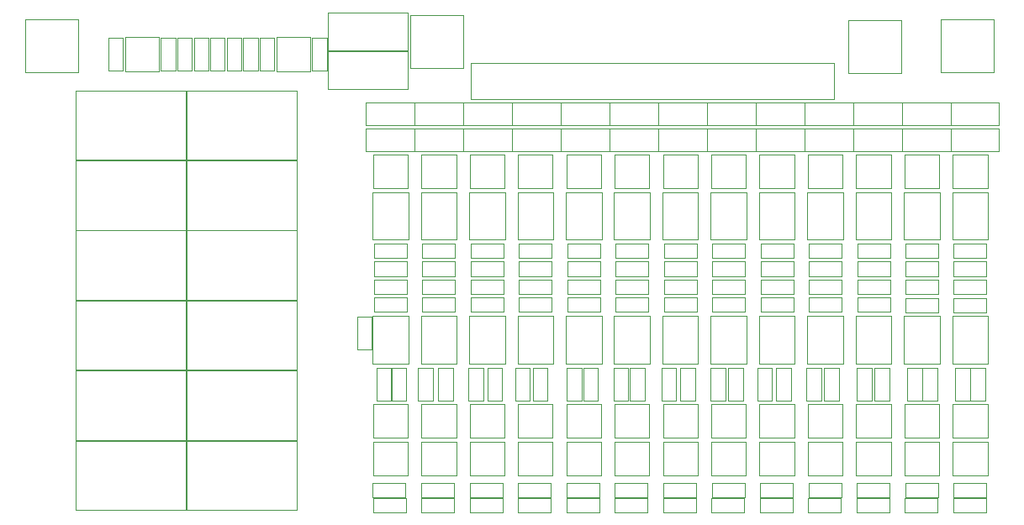
<source format=gbr>
G04 #@! TF.GenerationSoftware,KiCad,Pcbnew,(5.1.5)-3*
G04 #@! TF.CreationDate,2020-03-16T20:43:13+08:00*
G04 #@! TF.ProjectId,sd04,73643034-2e6b-4696-9361-645f70636258,v0.2*
G04 #@! TF.SameCoordinates,PX3e41030PY7464a18*
G04 #@! TF.FileFunction,Other,User*
%FSLAX46Y46*%
G04 Gerber Fmt 4.6, Leading zero omitted, Abs format (unit mm)*
G04 Created by KiCad (PCBNEW (5.1.5)-3) date 2020-03-16 20:43:13*
%MOMM*%
%LPD*%
G04 APERTURE LIST*
%ADD10C,0.050000*%
%ADD11C,0.120000*%
G04 APERTURE END LIST*
D10*
X21348300Y44627500D02*
X21348300Y47927500D01*
X22808300Y44627500D02*
X21348300Y44627500D01*
X22808300Y47927500D02*
X22808300Y44627500D01*
X21348300Y47927500D02*
X22808300Y47927500D01*
X39569000Y32748232D02*
X36069000Y32748232D01*
X39569000Y36148232D02*
X39569000Y32748232D01*
X36069000Y36148232D02*
X39569000Y36148232D01*
X36069000Y32748232D02*
X36069000Y36148232D01*
X89537201Y27572848D02*
X89537201Y32372848D01*
X89537201Y32372848D02*
X93137201Y32372848D01*
X93137201Y32372848D02*
X93137201Y27572848D01*
X93137201Y27572848D02*
X89537201Y27572848D01*
X31560000Y50497500D02*
X39560000Y50497500D01*
X31560000Y46657500D02*
X31560000Y50497500D01*
X39560000Y46657500D02*
X31560000Y46657500D01*
X39560000Y50497500D02*
X39560000Y46657500D01*
D11*
X93218000Y44450000D02*
X93345000Y44450000D01*
X93218000Y49784000D02*
X93218000Y44450000D01*
X98552000Y49784000D02*
X93218000Y49784000D01*
X98552000Y44450000D02*
X98552000Y49784000D01*
X93345000Y44450000D02*
X98552000Y44450000D01*
X83947000Y44386500D02*
X84074000Y44386500D01*
X83947000Y49720500D02*
X83947000Y44386500D01*
X89281000Y49720500D02*
X83947000Y49720500D01*
X89281000Y44386500D02*
X89281000Y49720500D01*
X84074000Y44386500D02*
X89281000Y44386500D01*
D10*
X28390500Y28553800D02*
X28390500Y35553800D01*
X28390500Y35553800D02*
X17290500Y35553800D01*
X17290500Y35553800D02*
X17290500Y28553800D01*
X17290500Y28553800D02*
X28390500Y28553800D01*
X6134000Y28493000D02*
X6134000Y21493000D01*
X6134000Y21493000D02*
X17234000Y21493000D01*
X17234000Y21493000D02*
X17234000Y28493000D01*
X17234000Y28493000D02*
X6134000Y28493000D01*
X6134000Y35554000D02*
X6134000Y28554000D01*
X6134000Y28554000D02*
X17234000Y28554000D01*
X17234000Y28554000D02*
X17234000Y35554000D01*
X17234000Y35554000D02*
X6134000Y35554000D01*
X6134000Y21432000D02*
X6134000Y14432000D01*
X6134000Y14432000D02*
X17234000Y14432000D01*
X17234000Y14432000D02*
X17234000Y21432000D01*
X17234000Y21432000D02*
X6134000Y21432000D01*
X6134000Y14371000D02*
X6134000Y7371000D01*
X6134000Y7371000D02*
X17234000Y7371000D01*
X17234000Y7371000D02*
X17234000Y14371000D01*
X17234000Y14371000D02*
X6134000Y14371000D01*
X28390500Y35615000D02*
X28390500Y42615000D01*
X28390500Y42615000D02*
X17290500Y42615000D01*
X17290500Y42615000D02*
X17290500Y35615000D01*
X17290500Y35615000D02*
X28390500Y35615000D01*
X28390500Y309000D02*
X28390500Y7309000D01*
X28390500Y7309000D02*
X17290500Y7309000D01*
X17290500Y7309000D02*
X17290500Y309000D01*
X17290500Y309000D02*
X28390500Y309000D01*
X28390500Y7370200D02*
X28390500Y14370200D01*
X28390500Y14370200D02*
X17290500Y14370200D01*
X17290500Y14370200D02*
X17290500Y7370200D01*
X17290500Y7370200D02*
X28390500Y7370200D01*
X28390500Y14431400D02*
X28390500Y21431400D01*
X28390500Y21431400D02*
X17290500Y21431400D01*
X17290500Y21431400D02*
X17290500Y14431400D01*
X17290500Y14431400D02*
X28390500Y14431400D01*
X6134000Y7310000D02*
X6134000Y310000D01*
X6134000Y310000D02*
X17234000Y310000D01*
X17234000Y310000D02*
X17234000Y7310000D01*
X17234000Y7310000D02*
X6134000Y7310000D01*
X28390500Y21492600D02*
X28390500Y28492600D01*
X28390500Y28492600D02*
X17290500Y28492600D01*
X17290500Y28492600D02*
X17290500Y21492600D01*
X17290500Y21492600D02*
X28390500Y21492600D01*
X6134000Y42615000D02*
X6134000Y35615000D01*
X6134000Y35615000D02*
X17234000Y35615000D01*
X17234000Y35615000D02*
X17234000Y42615000D01*
X17234000Y42615000D02*
X6134000Y42615000D01*
X45888500Y45361000D02*
X45888500Y41761000D01*
X82488500Y45361000D02*
X45888500Y45361000D01*
X82488500Y41761000D02*
X82488500Y45361000D01*
X45888500Y41761000D02*
X82488500Y41761000D01*
D11*
X6350000Y44577000D02*
X6350000Y49784000D01*
X6350000Y49784000D02*
X1016000Y49784000D01*
X1016000Y49784000D02*
X1016000Y44450000D01*
X1016000Y44450000D02*
X6350000Y44450000D01*
X6350000Y44450000D02*
X6350000Y44577000D01*
X45148500Y44831000D02*
X45148500Y44958000D01*
X39814500Y44831000D02*
X45148500Y44831000D01*
X39814500Y50165000D02*
X39814500Y44831000D01*
X45148500Y50165000D02*
X39814500Y50165000D01*
X45148500Y44958000D02*
X45148500Y50165000D01*
D10*
X99123996Y41379000D02*
X99123996Y39139000D01*
X99123996Y39139000D02*
X94223996Y39139000D01*
X94223996Y39139000D02*
X94223996Y41379000D01*
X94223996Y41379000D02*
X99123996Y41379000D01*
X94223996Y38763616D02*
X99123996Y38763616D01*
X94223996Y36523616D02*
X94223996Y38763616D01*
X99123996Y36523616D02*
X94223996Y36523616D01*
X99123996Y38763616D02*
X99123996Y36523616D01*
X36019000Y27572848D02*
X36019000Y32372848D01*
X36019000Y32372848D02*
X39619000Y32372848D01*
X39619000Y32372848D02*
X39619000Y27572848D01*
X39619000Y27572848D02*
X36019000Y27572848D01*
X40884291Y27572848D02*
X40884291Y32372848D01*
X40884291Y32372848D02*
X44484291Y32372848D01*
X44484291Y32372848D02*
X44484291Y27572848D01*
X44484291Y27572848D02*
X40884291Y27572848D01*
X45749582Y27572848D02*
X45749582Y32372848D01*
X45749582Y32372848D02*
X49349582Y32372848D01*
X49349582Y32372848D02*
X49349582Y27572848D01*
X49349582Y27572848D02*
X45749582Y27572848D01*
X44434291Y32748232D02*
X40934291Y32748232D01*
X44434291Y36148232D02*
X44434291Y32748232D01*
X40934291Y36148232D02*
X44434291Y36148232D01*
X40934291Y32748232D02*
X40934291Y36148232D01*
X49299582Y32748232D02*
X45799582Y32748232D01*
X49299582Y36148232D02*
X49299582Y32748232D01*
X45799582Y36148232D02*
X49299582Y36148232D01*
X45799582Y32748232D02*
X45799582Y36148232D01*
X50614873Y27572848D02*
X50614873Y32372848D01*
X50614873Y32372848D02*
X54214873Y32372848D01*
X54214873Y32372848D02*
X54214873Y27572848D01*
X54214873Y27572848D02*
X50614873Y27572848D01*
X55480164Y27572848D02*
X55480164Y32372848D01*
X55480164Y32372848D02*
X59080164Y32372848D01*
X59080164Y32372848D02*
X59080164Y27572848D01*
X59080164Y27572848D02*
X55480164Y27572848D01*
X60345455Y27572848D02*
X60345455Y32372848D01*
X60345455Y32372848D02*
X63945455Y32372848D01*
X63945455Y32372848D02*
X63945455Y27572848D01*
X63945455Y27572848D02*
X60345455Y27572848D01*
X65210746Y27572848D02*
X65210746Y32372848D01*
X65210746Y32372848D02*
X68810746Y32372848D01*
X68810746Y32372848D02*
X68810746Y27572848D01*
X68810746Y27572848D02*
X65210746Y27572848D01*
X70076037Y27572848D02*
X70076037Y32372848D01*
X70076037Y32372848D02*
X73676037Y32372848D01*
X73676037Y32372848D02*
X73676037Y27572848D01*
X73676037Y27572848D02*
X70076037Y27572848D01*
X74941328Y27572848D02*
X74941328Y32372848D01*
X74941328Y32372848D02*
X78541328Y32372848D01*
X78541328Y32372848D02*
X78541328Y27572848D01*
X78541328Y27572848D02*
X74941328Y27572848D01*
X79806619Y27572848D02*
X79806619Y32372848D01*
X79806619Y32372848D02*
X83406619Y32372848D01*
X83406619Y32372848D02*
X83406619Y27572848D01*
X83406619Y27572848D02*
X79806619Y27572848D01*
X84671910Y27572848D02*
X84671910Y32372848D01*
X84671910Y32372848D02*
X88271910Y32372848D01*
X88271910Y32372848D02*
X88271910Y27572848D01*
X88271910Y27572848D02*
X84671910Y27572848D01*
X94402492Y27572848D02*
X94402492Y32372848D01*
X94402492Y32372848D02*
X98002492Y32372848D01*
X98002492Y32372848D02*
X98002492Y27572848D01*
X98002492Y27572848D02*
X94402492Y27572848D01*
X54164873Y32748232D02*
X50664873Y32748232D01*
X54164873Y36148232D02*
X54164873Y32748232D01*
X50664873Y36148232D02*
X54164873Y36148232D01*
X50664873Y32748232D02*
X50664873Y36148232D01*
X59030164Y32748232D02*
X55530164Y32748232D01*
X59030164Y36148232D02*
X59030164Y32748232D01*
X55530164Y36148232D02*
X59030164Y36148232D01*
X55530164Y32748232D02*
X55530164Y36148232D01*
X63895455Y32748232D02*
X60395455Y32748232D01*
X63895455Y36148232D02*
X63895455Y32748232D01*
X60395455Y36148232D02*
X63895455Y36148232D01*
X60395455Y32748232D02*
X60395455Y36148232D01*
X68760746Y32748232D02*
X65260746Y32748232D01*
X68760746Y36148232D02*
X68760746Y32748232D01*
X65260746Y36148232D02*
X68760746Y36148232D01*
X65260746Y32748232D02*
X65260746Y36148232D01*
X73626037Y32748232D02*
X70126037Y32748232D01*
X73626037Y36148232D02*
X73626037Y32748232D01*
X70126037Y36148232D02*
X73626037Y36148232D01*
X70126037Y32748232D02*
X70126037Y36148232D01*
X78491328Y32748232D02*
X74991328Y32748232D01*
X78491328Y36148232D02*
X78491328Y32748232D01*
X74991328Y36148232D02*
X78491328Y36148232D01*
X74991328Y32748232D02*
X74991328Y36148232D01*
X83356619Y32748232D02*
X79856619Y32748232D01*
X83356619Y36148232D02*
X83356619Y32748232D01*
X79856619Y36148232D02*
X83356619Y36148232D01*
X79856619Y32748232D02*
X79856619Y36148232D01*
X88221910Y32748232D02*
X84721910Y32748232D01*
X88221910Y36148232D02*
X88221910Y32748232D01*
X84721910Y36148232D02*
X88221910Y36148232D01*
X84721910Y32748232D02*
X84721910Y36148232D01*
X93087201Y32748232D02*
X89587201Y32748232D01*
X93087201Y36148232D02*
X93087201Y32748232D01*
X89587201Y36148232D02*
X93087201Y36148232D01*
X89587201Y32748232D02*
X89587201Y36148232D01*
X97952492Y32748232D02*
X94452492Y32748232D01*
X97952492Y36148232D02*
X97952492Y32748232D01*
X94452492Y36148232D02*
X97952492Y36148232D01*
X94452492Y32748232D02*
X94452492Y36148232D01*
X9430000Y44627500D02*
X9430000Y47927500D01*
X10890000Y44627500D02*
X9430000Y44627500D01*
X10890000Y47927500D02*
X10890000Y44627500D01*
X9430000Y47927500D02*
X10890000Y47927500D01*
X36169000Y25362080D02*
X39469000Y25362080D01*
X36169000Y23902080D02*
X36169000Y25362080D01*
X39469000Y23902080D02*
X36169000Y23902080D01*
X39469000Y25362080D02*
X39469000Y23902080D01*
X41034291Y25362080D02*
X44334291Y25362080D01*
X41034291Y23902080D02*
X41034291Y25362080D01*
X44334291Y23902080D02*
X41034291Y23902080D01*
X44334291Y25362080D02*
X44334291Y23902080D01*
X45899582Y25362080D02*
X49199582Y25362080D01*
X45899582Y23902080D02*
X45899582Y25362080D01*
X49199582Y23902080D02*
X45899582Y23902080D01*
X49199582Y25362080D02*
X49199582Y23902080D01*
X16156100Y47927500D02*
X16156100Y44627500D01*
X14696100Y47927500D02*
X16156100Y47927500D01*
X14696100Y44627500D02*
X14696100Y47927500D01*
X16156100Y44627500D02*
X14696100Y44627500D01*
X19685250Y44627500D02*
X19685250Y47927500D01*
X21145250Y44627500D02*
X19685250Y44627500D01*
X21145250Y47927500D02*
X21145250Y44627500D01*
X19685250Y47927500D02*
X21145250Y47927500D01*
X16359150Y44627500D02*
X16359150Y47927500D01*
X17819150Y44627500D02*
X16359150Y44627500D01*
X17819150Y47927500D02*
X17819150Y44627500D01*
X16359150Y47927500D02*
X17819150Y47927500D01*
X19482200Y47927500D02*
X19482200Y44627500D01*
X18022200Y47927500D02*
X19482200Y47927500D01*
X18022200Y44627500D02*
X18022200Y47927500D01*
X19482200Y44627500D02*
X18022200Y44627500D01*
X31560000Y46560500D02*
X39560000Y46560500D01*
X31560000Y42720500D02*
X31560000Y46560500D01*
X39560000Y42720500D02*
X31560000Y42720500D01*
X39560000Y46560500D02*
X39560000Y42720500D01*
X36169000Y23526696D02*
X39469000Y23526696D01*
X36169000Y22066696D02*
X36169000Y23526696D01*
X39469000Y22066696D02*
X36169000Y22066696D01*
X39469000Y23526696D02*
X39469000Y22066696D01*
X41034291Y23526696D02*
X44334291Y23526696D01*
X41034291Y22066696D02*
X41034291Y23526696D01*
X44334291Y22066696D02*
X41034291Y22066696D01*
X44334291Y23526696D02*
X44334291Y22066696D01*
X45899582Y23526696D02*
X49199582Y23526696D01*
X45899582Y22066696D02*
X45899582Y23526696D01*
X49199582Y22066696D02*
X45899582Y22066696D01*
X49199582Y23526696D02*
X49199582Y22066696D01*
X35909000Y19825000D02*
X35909000Y16525000D01*
X34449000Y19825000D02*
X35909000Y19825000D01*
X34449000Y16525000D02*
X34449000Y19825000D01*
X35909000Y16525000D02*
X34449000Y16525000D01*
X26134400Y47927500D02*
X26134400Y44627500D01*
X24674400Y47927500D02*
X26134400Y47927500D01*
X24674400Y44627500D02*
X24674400Y47927500D01*
X26134400Y44627500D02*
X24674400Y44627500D01*
X36417500Y11380544D02*
X36417500Y14680544D01*
X37877500Y11380544D02*
X36417500Y11380544D01*
X37877500Y14680544D02*
X37877500Y11380544D01*
X36417500Y14680544D02*
X37877500Y14680544D01*
X37941500Y11380544D02*
X37941500Y14680544D01*
X39401500Y11380544D02*
X37941500Y11380544D01*
X39401500Y14680544D02*
X39401500Y11380544D01*
X37941500Y14680544D02*
X39401500Y14680544D01*
X40608500Y11380544D02*
X40608500Y14680544D01*
X42068500Y11380544D02*
X40608500Y11380544D01*
X42068500Y14680544D02*
X42068500Y11380544D01*
X40608500Y14680544D02*
X42068500Y14680544D01*
X42640500Y11380544D02*
X42640500Y14680544D01*
X44100500Y11380544D02*
X42640500Y11380544D01*
X44100500Y14680544D02*
X44100500Y11380544D01*
X42640500Y14680544D02*
X44100500Y14680544D01*
X45688500Y11380544D02*
X45688500Y14680544D01*
X47148500Y11380544D02*
X45688500Y11380544D01*
X47148500Y14680544D02*
X47148500Y11380544D01*
X45688500Y14680544D02*
X47148500Y14680544D01*
X47593500Y11380544D02*
X47593500Y14680544D01*
X49053500Y11380544D02*
X47593500Y11380544D01*
X49053500Y14680544D02*
X49053500Y11380544D01*
X47593500Y14680544D02*
X49053500Y14680544D01*
X31400500Y47927500D02*
X31400500Y44627500D01*
X29940500Y47927500D02*
X31400500Y47927500D01*
X29940500Y44627500D02*
X29940500Y47927500D01*
X31400500Y44627500D02*
X29940500Y44627500D01*
X39355000Y95500D02*
X36055000Y95500D01*
X39355000Y1555500D02*
X39355000Y95500D01*
X36055000Y1555500D02*
X39355000Y1555500D01*
X36055000Y95500D02*
X36055000Y1555500D01*
X44224499Y95500D02*
X40924499Y95500D01*
X44224499Y1555500D02*
X44224499Y95500D01*
X40924499Y1555500D02*
X44224499Y1555500D01*
X40924499Y95500D02*
X40924499Y1555500D01*
X49093998Y95500D02*
X45793998Y95500D01*
X49093998Y1555500D02*
X49093998Y95500D01*
X45793998Y1555500D02*
X49093998Y1555500D01*
X45793998Y95500D02*
X45793998Y1555500D01*
X39342000Y1613392D02*
X36042000Y1613392D01*
X39342000Y3073392D02*
X39342000Y1613392D01*
X36042000Y3073392D02*
X39342000Y3073392D01*
X36042000Y1613392D02*
X36042000Y3073392D01*
X44217874Y1613392D02*
X40917874Y1613392D01*
X44217874Y3073392D02*
X44217874Y1613392D01*
X40917874Y3073392D02*
X44217874Y3073392D01*
X40917874Y1613392D02*
X40917874Y3073392D01*
X49093748Y1613392D02*
X45793748Y1613392D01*
X49093748Y3073392D02*
X49093748Y1613392D01*
X45793748Y3073392D02*
X49093748Y3073392D01*
X45793748Y1613392D02*
X45793748Y3073392D01*
X50764873Y25362080D02*
X54064873Y25362080D01*
X50764873Y23902080D02*
X50764873Y25362080D01*
X54064873Y23902080D02*
X50764873Y23902080D01*
X54064873Y25362080D02*
X54064873Y23902080D01*
X55630164Y25362080D02*
X58930164Y25362080D01*
X55630164Y23902080D02*
X55630164Y25362080D01*
X58930164Y23902080D02*
X55630164Y23902080D01*
X58930164Y25362080D02*
X58930164Y23902080D01*
X60495455Y25362080D02*
X63795455Y25362080D01*
X60495455Y23902080D02*
X60495455Y25362080D01*
X63795455Y23902080D02*
X60495455Y23902080D01*
X63795455Y25362080D02*
X63795455Y23902080D01*
X65360746Y25362080D02*
X68660746Y25362080D01*
X65360746Y23902080D02*
X65360746Y25362080D01*
X68660746Y23902080D02*
X65360746Y23902080D01*
X68660746Y25362080D02*
X68660746Y23902080D01*
X70226037Y25362080D02*
X73526037Y25362080D01*
X70226037Y23902080D02*
X70226037Y25362080D01*
X73526037Y23902080D02*
X70226037Y23902080D01*
X73526037Y25362080D02*
X73526037Y23902080D01*
X75091328Y25362080D02*
X78391328Y25362080D01*
X75091328Y23902080D02*
X75091328Y25362080D01*
X78391328Y23902080D02*
X75091328Y23902080D01*
X78391328Y25362080D02*
X78391328Y23902080D01*
X79956619Y25362080D02*
X83256619Y25362080D01*
X79956619Y23902080D02*
X79956619Y25362080D01*
X83256619Y23902080D02*
X79956619Y23902080D01*
X83256619Y25362080D02*
X83256619Y23902080D01*
X84821910Y25362080D02*
X88121910Y25362080D01*
X84821910Y23902080D02*
X84821910Y25362080D01*
X88121910Y23902080D02*
X84821910Y23902080D01*
X88121910Y25362080D02*
X88121910Y23902080D01*
X89687201Y25362080D02*
X92987201Y25362080D01*
X89687201Y23902080D02*
X89687201Y25362080D01*
X92987201Y23902080D02*
X89687201Y23902080D01*
X92987201Y25362080D02*
X92987201Y23902080D01*
X94552492Y25362080D02*
X97852492Y25362080D01*
X94552492Y23902080D02*
X94552492Y25362080D01*
X97852492Y23902080D02*
X94552492Y23902080D01*
X97852492Y25362080D02*
X97852492Y23902080D01*
X50764873Y23526696D02*
X54064873Y23526696D01*
X50764873Y22066696D02*
X50764873Y23526696D01*
X54064873Y22066696D02*
X50764873Y22066696D01*
X54064873Y23526696D02*
X54064873Y22066696D01*
X55630164Y23526696D02*
X58930164Y23526696D01*
X55630164Y22066696D02*
X55630164Y23526696D01*
X58930164Y22066696D02*
X55630164Y22066696D01*
X58930164Y23526696D02*
X58930164Y22066696D01*
X60495455Y23526696D02*
X63795455Y23526696D01*
X60495455Y22066696D02*
X60495455Y23526696D01*
X63795455Y22066696D02*
X60495455Y22066696D01*
X63795455Y23526696D02*
X63795455Y22066696D01*
X65360746Y23526696D02*
X68660746Y23526696D01*
X65360746Y22066696D02*
X65360746Y23526696D01*
X68660746Y22066696D02*
X65360746Y22066696D01*
X68660746Y23526696D02*
X68660746Y22066696D01*
X70226037Y23526696D02*
X73526037Y23526696D01*
X70226037Y22066696D02*
X70226037Y23526696D01*
X73526037Y22066696D02*
X70226037Y22066696D01*
X73526037Y23526696D02*
X73526037Y22066696D01*
X75091328Y23526696D02*
X78391328Y23526696D01*
X75091328Y22066696D02*
X75091328Y23526696D01*
X78391328Y22066696D02*
X75091328Y22066696D01*
X78391328Y23526696D02*
X78391328Y22066696D01*
X79956619Y23526696D02*
X83256619Y23526696D01*
X79956619Y22066696D02*
X79956619Y23526696D01*
X83256619Y22066696D02*
X79956619Y22066696D01*
X83256619Y23526696D02*
X83256619Y22066696D01*
X84821910Y23526696D02*
X88121910Y23526696D01*
X84821910Y22066696D02*
X84821910Y23526696D01*
X88121910Y22066696D02*
X84821910Y22066696D01*
X88121910Y23526696D02*
X88121910Y22066696D01*
X89687201Y23526696D02*
X92987201Y23526696D01*
X89687201Y22066696D02*
X89687201Y23526696D01*
X92987201Y22066696D02*
X89687201Y22066696D01*
X92987201Y23526696D02*
X92987201Y22066696D01*
X94552492Y23526696D02*
X97852492Y23526696D01*
X94552492Y22066696D02*
X94552492Y23526696D01*
X97852492Y22066696D02*
X94552492Y22066696D01*
X97852492Y23526696D02*
X97852492Y22066696D01*
X50387500Y11380544D02*
X50387500Y14680544D01*
X51847500Y11380544D02*
X50387500Y11380544D01*
X51847500Y14680544D02*
X51847500Y11380544D01*
X50387500Y14680544D02*
X51847500Y14680544D01*
X52165500Y11380544D02*
X52165500Y14680544D01*
X53625500Y11380544D02*
X52165500Y11380544D01*
X53625500Y14680544D02*
X53625500Y11380544D01*
X52165500Y14680544D02*
X53625500Y14680544D01*
X55594500Y11380544D02*
X55594500Y14680544D01*
X57054500Y11380544D02*
X55594500Y11380544D01*
X57054500Y14680544D02*
X57054500Y11380544D01*
X55594500Y14680544D02*
X57054500Y14680544D01*
X57245500Y11380544D02*
X57245500Y14680544D01*
X58705500Y11380544D02*
X57245500Y11380544D01*
X58705500Y14680544D02*
X58705500Y11380544D01*
X57245500Y14680544D02*
X58705500Y14680544D01*
X60293500Y11380544D02*
X60293500Y14680544D01*
X61753500Y11380544D02*
X60293500Y11380544D01*
X61753500Y14680544D02*
X61753500Y11380544D01*
X60293500Y14680544D02*
X61753500Y14680544D01*
X61944500Y11380544D02*
X61944500Y14680544D01*
X63404500Y11380544D02*
X61944500Y11380544D01*
X63404500Y14680544D02*
X63404500Y11380544D01*
X61944500Y14680544D02*
X63404500Y14680544D01*
X65119500Y11380544D02*
X65119500Y14680544D01*
X66579500Y11380544D02*
X65119500Y11380544D01*
X66579500Y14680544D02*
X66579500Y11380544D01*
X65119500Y14680544D02*
X66579500Y14680544D01*
X67024500Y11380544D02*
X67024500Y14680544D01*
X68484500Y11380544D02*
X67024500Y11380544D01*
X68484500Y14680544D02*
X68484500Y11380544D01*
X67024500Y14680544D02*
X68484500Y14680544D01*
X70072500Y11380544D02*
X70072500Y14680544D01*
X71532500Y11380544D02*
X70072500Y11380544D01*
X71532500Y14680544D02*
X71532500Y11380544D01*
X70072500Y14680544D02*
X71532500Y14680544D01*
X71850500Y11380544D02*
X71850500Y14680544D01*
X73310500Y11380544D02*
X71850500Y11380544D01*
X73310500Y14680544D02*
X73310500Y11380544D01*
X71850500Y14680544D02*
X73310500Y14680544D01*
X74771500Y11380544D02*
X74771500Y14680544D01*
X76231500Y11380544D02*
X74771500Y11380544D01*
X76231500Y14680544D02*
X76231500Y11380544D01*
X74771500Y14680544D02*
X76231500Y14680544D01*
X76676500Y11380544D02*
X76676500Y14680544D01*
X78136500Y11380544D02*
X76676500Y11380544D01*
X78136500Y14680544D02*
X78136500Y11380544D01*
X76676500Y14680544D02*
X78136500Y14680544D01*
X79724500Y11380544D02*
X79724500Y14680544D01*
X81184500Y11380544D02*
X79724500Y11380544D01*
X81184500Y14680544D02*
X81184500Y11380544D01*
X79724500Y14680544D02*
X81184500Y14680544D01*
X81502500Y11380544D02*
X81502500Y14680544D01*
X82962500Y11380544D02*
X81502500Y11380544D01*
X82962500Y14680544D02*
X82962500Y11380544D01*
X81502500Y14680544D02*
X82962500Y14680544D01*
X84804500Y11380544D02*
X84804500Y14680544D01*
X86264500Y11380544D02*
X84804500Y11380544D01*
X86264500Y14680544D02*
X86264500Y11380544D01*
X84804500Y14680544D02*
X86264500Y14680544D01*
X86582500Y11380544D02*
X86582500Y14680544D01*
X88042500Y11380544D02*
X86582500Y11380544D01*
X88042500Y14680544D02*
X88042500Y11380544D01*
X86582500Y14680544D02*
X88042500Y14680544D01*
X89884500Y11380544D02*
X89884500Y14680544D01*
X91344500Y11380544D02*
X89884500Y11380544D01*
X91344500Y14680544D02*
X91344500Y11380544D01*
X89884500Y14680544D02*
X91344500Y14680544D01*
X91408500Y11380544D02*
X91408500Y14680544D01*
X92868500Y11380544D02*
X91408500Y11380544D01*
X92868500Y14680544D02*
X92868500Y11380544D01*
X91408500Y14680544D02*
X92868500Y14680544D01*
X94710500Y11380544D02*
X94710500Y14680544D01*
X96170500Y11380544D02*
X94710500Y11380544D01*
X96170500Y14680544D02*
X96170500Y11380544D01*
X94710500Y14680544D02*
X96170500Y14680544D01*
X96234500Y11380544D02*
X96234500Y14680544D01*
X97694500Y11380544D02*
X96234500Y11380544D01*
X97694500Y14680544D02*
X97694500Y11380544D01*
X96234500Y14680544D02*
X97694500Y14680544D01*
X53963497Y95500D02*
X50663497Y95500D01*
X53963497Y1555500D02*
X53963497Y95500D01*
X50663497Y1555500D02*
X53963497Y1555500D01*
X50663497Y95500D02*
X50663497Y1555500D01*
X58832996Y95500D02*
X55532996Y95500D01*
X58832996Y1555500D02*
X58832996Y95500D01*
X55532996Y1555500D02*
X58832996Y1555500D01*
X55532996Y95500D02*
X55532996Y1555500D01*
X63702495Y95500D02*
X60402495Y95500D01*
X63702495Y1555500D02*
X63702495Y95500D01*
X60402495Y1555500D02*
X63702495Y1555500D01*
X60402495Y95500D02*
X60402495Y1555500D01*
X68571994Y95500D02*
X65271994Y95500D01*
X68571994Y1555500D02*
X68571994Y95500D01*
X65271994Y1555500D02*
X68571994Y1555500D01*
X65271994Y95500D02*
X65271994Y1555500D01*
X73441493Y95500D02*
X70141493Y95500D01*
X73441493Y1555500D02*
X73441493Y95500D01*
X70141493Y1555500D02*
X73441493Y1555500D01*
X70141493Y95500D02*
X70141493Y1555500D01*
X78310992Y95500D02*
X75010992Y95500D01*
X78310992Y1555500D02*
X78310992Y95500D01*
X75010992Y1555500D02*
X78310992Y1555500D01*
X75010992Y95500D02*
X75010992Y1555500D01*
X83180491Y95500D02*
X79880491Y95500D01*
X83180491Y1555500D02*
X83180491Y95500D01*
X79880491Y1555500D02*
X83180491Y1555500D01*
X79880491Y95500D02*
X79880491Y1555500D01*
X88049990Y95500D02*
X84749990Y95500D01*
X88049990Y1555500D02*
X88049990Y95500D01*
X84749990Y1555500D02*
X88049990Y1555500D01*
X84749990Y95500D02*
X84749990Y1555500D01*
X92919489Y95500D02*
X89619489Y95500D01*
X92919489Y1555500D02*
X92919489Y95500D01*
X89619489Y1555500D02*
X92919489Y1555500D01*
X89619489Y95500D02*
X89619489Y1555500D01*
X97788992Y95500D02*
X94488992Y95500D01*
X97788992Y1555500D02*
X97788992Y95500D01*
X94488992Y1555500D02*
X97788992Y1555500D01*
X94488992Y95500D02*
X94488992Y1555500D01*
X53969622Y1613392D02*
X50669622Y1613392D01*
X53969622Y3073392D02*
X53969622Y1613392D01*
X50669622Y3073392D02*
X53969622Y3073392D01*
X50669622Y1613392D02*
X50669622Y3073392D01*
X58845496Y1613392D02*
X55545496Y1613392D01*
X58845496Y3073392D02*
X58845496Y1613392D01*
X55545496Y3073392D02*
X58845496Y3073392D01*
X55545496Y1613392D02*
X55545496Y3073392D01*
X63721370Y1613392D02*
X60421370Y1613392D01*
X63721370Y3073392D02*
X63721370Y1613392D01*
X60421370Y3073392D02*
X63721370Y3073392D01*
X60421370Y1613392D02*
X60421370Y3073392D01*
X68597244Y1613392D02*
X65297244Y1613392D01*
X68597244Y3073392D02*
X68597244Y1613392D01*
X65297244Y3073392D02*
X68597244Y3073392D01*
X65297244Y1613392D02*
X65297244Y3073392D01*
X73473118Y1613392D02*
X70173118Y1613392D01*
X73473118Y3073392D02*
X73473118Y1613392D01*
X70173118Y3073392D02*
X73473118Y3073392D01*
X70173118Y1613392D02*
X70173118Y3073392D01*
X78348992Y1613392D02*
X75048992Y1613392D01*
X78348992Y3073392D02*
X78348992Y1613392D01*
X75048992Y3073392D02*
X78348992Y3073392D01*
X75048992Y1613392D02*
X75048992Y3073392D01*
X83224866Y1613392D02*
X79924866Y1613392D01*
X83224866Y3073392D02*
X83224866Y1613392D01*
X79924866Y3073392D02*
X83224866Y3073392D01*
X79924866Y1613392D02*
X79924866Y3073392D01*
X88100740Y1613392D02*
X84800740Y1613392D01*
X88100740Y3073392D02*
X88100740Y1613392D01*
X84800740Y3073392D02*
X88100740Y3073392D01*
X84800740Y1613392D02*
X84800740Y3073392D01*
X92976614Y1613392D02*
X89676614Y1613392D01*
X92976614Y3073392D02*
X92976614Y1613392D01*
X89676614Y3073392D02*
X92976614Y3073392D01*
X89676614Y1613392D02*
X89676614Y3073392D01*
X97852492Y1613392D02*
X94552492Y1613392D01*
X97852492Y3073392D02*
X97852492Y1613392D01*
X94552492Y3073392D02*
X97852492Y3073392D01*
X94552492Y1613392D02*
X94552492Y3073392D01*
X11093050Y44527500D02*
X11093050Y48027500D01*
X14493050Y44527500D02*
X11093050Y44527500D01*
X14493050Y48027500D02*
X14493050Y44527500D01*
X11093050Y48027500D02*
X14493050Y48027500D01*
X26337450Y44527500D02*
X26337450Y48027500D01*
X29737450Y44527500D02*
X26337450Y44527500D01*
X29737450Y48027500D02*
X29737450Y44527500D01*
X26337450Y48027500D02*
X29737450Y48027500D01*
X36069000Y11005160D02*
X39569000Y11005160D01*
X36069000Y7605160D02*
X36069000Y11005160D01*
X39569000Y7605160D02*
X36069000Y7605160D01*
X39569000Y11005160D02*
X39569000Y7605160D01*
X36069000Y7229776D02*
X39569000Y7229776D01*
X36069000Y3829776D02*
X36069000Y7229776D01*
X39569000Y3829776D02*
X36069000Y3829776D01*
X39569000Y7229776D02*
X39569000Y3829776D01*
X40934291Y11005160D02*
X44434291Y11005160D01*
X40934291Y7605160D02*
X40934291Y11005160D01*
X44434291Y7605160D02*
X40934291Y7605160D01*
X44434291Y11005160D02*
X44434291Y7605160D01*
X40934291Y7229776D02*
X44434291Y7229776D01*
X40934291Y3829776D02*
X40934291Y7229776D01*
X44434291Y3829776D02*
X40934291Y3829776D01*
X44434291Y7229776D02*
X44434291Y3829776D01*
X45799582Y11005160D02*
X49299582Y11005160D01*
X45799582Y7605160D02*
X45799582Y11005160D01*
X49299582Y7605160D02*
X45799582Y7605160D01*
X49299582Y11005160D02*
X49299582Y7605160D01*
X45799582Y7229776D02*
X49299582Y7229776D01*
X45799582Y3829776D02*
X45799582Y7229776D01*
X49299582Y3829776D02*
X45799582Y3829776D01*
X49299582Y7229776D02*
X49299582Y3829776D01*
X50664873Y11005160D02*
X54164873Y11005160D01*
X50664873Y7605160D02*
X50664873Y11005160D01*
X54164873Y7605160D02*
X50664873Y7605160D01*
X54164873Y11005160D02*
X54164873Y7605160D01*
X50664873Y7229776D02*
X54164873Y7229776D01*
X50664873Y3829776D02*
X50664873Y7229776D01*
X54164873Y3829776D02*
X50664873Y3829776D01*
X54164873Y7229776D02*
X54164873Y3829776D01*
X55530164Y11005160D02*
X59030164Y11005160D01*
X55530164Y7605160D02*
X55530164Y11005160D01*
X59030164Y7605160D02*
X55530164Y7605160D01*
X59030164Y11005160D02*
X59030164Y7605160D01*
X55530164Y7229776D02*
X59030164Y7229776D01*
X55530164Y3829776D02*
X55530164Y7229776D01*
X59030164Y3829776D02*
X55530164Y3829776D01*
X59030164Y7229776D02*
X59030164Y3829776D01*
X60395455Y11005160D02*
X63895455Y11005160D01*
X60395455Y7605160D02*
X60395455Y11005160D01*
X63895455Y7605160D02*
X60395455Y7605160D01*
X63895455Y11005160D02*
X63895455Y7605160D01*
X60395455Y7229776D02*
X63895455Y7229776D01*
X60395455Y3829776D02*
X60395455Y7229776D01*
X63895455Y3829776D02*
X60395455Y3829776D01*
X63895455Y7229776D02*
X63895455Y3829776D01*
X65260746Y11005160D02*
X68760746Y11005160D01*
X65260746Y7605160D02*
X65260746Y11005160D01*
X68760746Y7605160D02*
X65260746Y7605160D01*
X68760746Y11005160D02*
X68760746Y7605160D01*
X65260746Y7229776D02*
X68760746Y7229776D01*
X65260746Y3829776D02*
X65260746Y7229776D01*
X68760746Y3829776D02*
X65260746Y3829776D01*
X68760746Y7229776D02*
X68760746Y3829776D01*
X70126037Y11005160D02*
X73626037Y11005160D01*
X70126037Y7605160D02*
X70126037Y11005160D01*
X73626037Y7605160D02*
X70126037Y7605160D01*
X73626037Y11005160D02*
X73626037Y7605160D01*
X70126037Y7229776D02*
X73626037Y7229776D01*
X70126037Y3829776D02*
X70126037Y7229776D01*
X73626037Y3829776D02*
X70126037Y3829776D01*
X73626037Y7229776D02*
X73626037Y3829776D01*
X74991328Y11005160D02*
X78491328Y11005160D01*
X74991328Y7605160D02*
X74991328Y11005160D01*
X78491328Y7605160D02*
X74991328Y7605160D01*
X78491328Y11005160D02*
X78491328Y7605160D01*
X74991328Y7229776D02*
X78491328Y7229776D01*
X74991328Y3829776D02*
X74991328Y7229776D01*
X78491328Y3829776D02*
X74991328Y3829776D01*
X78491328Y7229776D02*
X78491328Y3829776D01*
X79856619Y11005160D02*
X83356619Y11005160D01*
X79856619Y7605160D02*
X79856619Y11005160D01*
X83356619Y7605160D02*
X79856619Y7605160D01*
X83356619Y11005160D02*
X83356619Y7605160D01*
X79856619Y7229776D02*
X83356619Y7229776D01*
X79856619Y3829776D02*
X79856619Y7229776D01*
X83356619Y3829776D02*
X79856619Y3829776D01*
X83356619Y7229776D02*
X83356619Y3829776D01*
X84721910Y11005160D02*
X88221910Y11005160D01*
X84721910Y7605160D02*
X84721910Y11005160D01*
X88221910Y7605160D02*
X84721910Y7605160D01*
X88221910Y11005160D02*
X88221910Y7605160D01*
X84721910Y7229776D02*
X88221910Y7229776D01*
X84721910Y3829776D02*
X84721910Y7229776D01*
X88221910Y3829776D02*
X84721910Y3829776D01*
X88221910Y7229776D02*
X88221910Y3829776D01*
X89587201Y11005160D02*
X93087201Y11005160D01*
X89587201Y7605160D02*
X89587201Y11005160D01*
X93087201Y7605160D02*
X89587201Y7605160D01*
X93087201Y11005160D02*
X93087201Y7605160D01*
X89587201Y7229776D02*
X93087201Y7229776D01*
X89587201Y3829776D02*
X89587201Y7229776D01*
X93087201Y3829776D02*
X89587201Y3829776D01*
X93087201Y7229776D02*
X93087201Y3829776D01*
X94452492Y11005160D02*
X97952492Y11005160D01*
X94452492Y7605160D02*
X94452492Y11005160D01*
X97952492Y7605160D02*
X94452492Y7605160D01*
X97952492Y11005160D02*
X97952492Y7605160D01*
X94452492Y7229776D02*
X97952492Y7229776D01*
X94452492Y3829776D02*
X94452492Y7229776D01*
X97952492Y3829776D02*
X94452492Y3829776D01*
X97952492Y7229776D02*
X97952492Y3829776D01*
X36019000Y15055928D02*
X36019000Y19855928D01*
X36019000Y19855928D02*
X39619000Y19855928D01*
X39619000Y19855928D02*
X39619000Y15055928D01*
X39619000Y15055928D02*
X36019000Y15055928D01*
X40884291Y15055928D02*
X40884291Y19855928D01*
X40884291Y19855928D02*
X44484291Y19855928D01*
X44484291Y19855928D02*
X44484291Y15055928D01*
X44484291Y15055928D02*
X40884291Y15055928D01*
X45749582Y15055928D02*
X45749582Y19855928D01*
X45749582Y19855928D02*
X49349582Y19855928D01*
X49349582Y19855928D02*
X49349582Y15055928D01*
X49349582Y15055928D02*
X45749582Y15055928D01*
X50614873Y15055928D02*
X50614873Y19855928D01*
X50614873Y19855928D02*
X54214873Y19855928D01*
X54214873Y19855928D02*
X54214873Y15055928D01*
X54214873Y15055928D02*
X50614873Y15055928D01*
X55480164Y15055928D02*
X55480164Y19855928D01*
X55480164Y19855928D02*
X59080164Y19855928D01*
X59080164Y19855928D02*
X59080164Y15055928D01*
X59080164Y15055928D02*
X55480164Y15055928D01*
X60345455Y15055928D02*
X60345455Y19855928D01*
X60345455Y19855928D02*
X63945455Y19855928D01*
X63945455Y19855928D02*
X63945455Y15055928D01*
X63945455Y15055928D02*
X60345455Y15055928D01*
X65210746Y15055928D02*
X65210746Y19855928D01*
X65210746Y19855928D02*
X68810746Y19855928D01*
X68810746Y19855928D02*
X68810746Y15055928D01*
X68810746Y15055928D02*
X65210746Y15055928D01*
X70076037Y15055928D02*
X70076037Y19855928D01*
X70076037Y19855928D02*
X73676037Y19855928D01*
X73676037Y19855928D02*
X73676037Y15055928D01*
X73676037Y15055928D02*
X70076037Y15055928D01*
X74941328Y15055928D02*
X74941328Y19855928D01*
X74941328Y19855928D02*
X78541328Y19855928D01*
X78541328Y19855928D02*
X78541328Y15055928D01*
X78541328Y15055928D02*
X74941328Y15055928D01*
X79806619Y15055928D02*
X79806619Y19855928D01*
X79806619Y19855928D02*
X83406619Y19855928D01*
X83406619Y19855928D02*
X83406619Y15055928D01*
X83406619Y15055928D02*
X79806619Y15055928D01*
X84671910Y15055928D02*
X84671910Y19855928D01*
X84671910Y19855928D02*
X88271910Y19855928D01*
X88271910Y19855928D02*
X88271910Y15055928D01*
X88271910Y15055928D02*
X84671910Y15055928D01*
X89537201Y15055928D02*
X89537201Y19855928D01*
X89537201Y19855928D02*
X93137201Y19855928D01*
X93137201Y19855928D02*
X93137201Y15055928D01*
X93137201Y15055928D02*
X89537201Y15055928D01*
X94402492Y15055928D02*
X94402492Y19855928D01*
X94402492Y19855928D02*
X98002492Y19855928D01*
X98002492Y19855928D02*
X98002492Y15055928D01*
X98002492Y15055928D02*
X94402492Y15055928D01*
X39469000Y25692312D02*
X36169000Y25692312D01*
X39469000Y27152312D02*
X39469000Y25692312D01*
X36169000Y27152312D02*
X39469000Y27152312D01*
X36169000Y25692312D02*
X36169000Y27152312D01*
X44334291Y25692312D02*
X41034291Y25692312D01*
X44334291Y27152312D02*
X44334291Y25692312D01*
X41034291Y27152312D02*
X44334291Y27152312D01*
X41034291Y25692312D02*
X41034291Y27152312D01*
X49199582Y25692312D02*
X45899582Y25692312D01*
X49199582Y27152312D02*
X49199582Y25692312D01*
X45899582Y27152312D02*
X49199582Y27152312D01*
X45899582Y25692312D02*
X45899582Y27152312D01*
X39469000Y20276464D02*
X36169000Y20276464D01*
X39469000Y21736464D02*
X39469000Y20276464D01*
X36169000Y21736464D02*
X39469000Y21736464D01*
X36169000Y20276464D02*
X36169000Y21736464D01*
X44334291Y20276464D02*
X41034291Y20276464D01*
X44334291Y21736464D02*
X44334291Y20276464D01*
X41034291Y21736464D02*
X44334291Y21736464D01*
X41034291Y20276464D02*
X41034291Y21736464D01*
X49199582Y20276464D02*
X45899582Y20276464D01*
X49199582Y21736464D02*
X49199582Y20276464D01*
X45899582Y21736464D02*
X49199582Y21736464D01*
X45899582Y20276464D02*
X45899582Y21736464D01*
X23011350Y44627500D02*
X23011350Y47927500D01*
X24471350Y44627500D02*
X23011350Y44627500D01*
X24471350Y47927500D02*
X24471350Y44627500D01*
X23011350Y47927500D02*
X24471350Y47927500D01*
X54064873Y25692312D02*
X50764873Y25692312D01*
X54064873Y27152312D02*
X54064873Y25692312D01*
X50764873Y27152312D02*
X54064873Y27152312D01*
X50764873Y25692312D02*
X50764873Y27152312D01*
X58930164Y25692312D02*
X55630164Y25692312D01*
X58930164Y27152312D02*
X58930164Y25692312D01*
X55630164Y27152312D02*
X58930164Y27152312D01*
X55630164Y25692312D02*
X55630164Y27152312D01*
X63795455Y25692312D02*
X60495455Y25692312D01*
X63795455Y27152312D02*
X63795455Y25692312D01*
X60495455Y27152312D02*
X63795455Y27152312D01*
X60495455Y25692312D02*
X60495455Y27152312D01*
X68660746Y25692312D02*
X65360746Y25692312D01*
X68660746Y27152312D02*
X68660746Y25692312D01*
X65360746Y27152312D02*
X68660746Y27152312D01*
X65360746Y25692312D02*
X65360746Y27152312D01*
X73526037Y25692312D02*
X70226037Y25692312D01*
X73526037Y27152312D02*
X73526037Y25692312D01*
X70226037Y27152312D02*
X73526037Y27152312D01*
X70226037Y25692312D02*
X70226037Y27152312D01*
X78391328Y25692312D02*
X75091328Y25692312D01*
X78391328Y27152312D02*
X78391328Y25692312D01*
X75091328Y27152312D02*
X78391328Y27152312D01*
X75091328Y25692312D02*
X75091328Y27152312D01*
X83256619Y25692312D02*
X79956619Y25692312D01*
X83256619Y27152312D02*
X83256619Y25692312D01*
X79956619Y27152312D02*
X83256619Y27152312D01*
X79956619Y25692312D02*
X79956619Y27152312D01*
X88121910Y25692312D02*
X84821910Y25692312D01*
X88121910Y27152312D02*
X88121910Y25692312D01*
X84821910Y27152312D02*
X88121910Y27152312D01*
X84821910Y25692312D02*
X84821910Y27152312D01*
X92987201Y25737464D02*
X89687201Y25737464D01*
X92987201Y27197464D02*
X92987201Y25737464D01*
X89687201Y27197464D02*
X92987201Y27197464D01*
X89687201Y25737464D02*
X89687201Y27197464D01*
X97852492Y25737464D02*
X94552492Y25737464D01*
X97852492Y27197464D02*
X97852492Y25737464D01*
X94552492Y27197464D02*
X97852492Y27197464D01*
X94552492Y25737464D02*
X94552492Y27197464D01*
X54064873Y20276464D02*
X50764873Y20276464D01*
X54064873Y21736464D02*
X54064873Y20276464D01*
X50764873Y21736464D02*
X54064873Y21736464D01*
X50764873Y20276464D02*
X50764873Y21736464D01*
X58930164Y20276464D02*
X55630164Y20276464D01*
X58930164Y21736464D02*
X58930164Y20276464D01*
X55630164Y21736464D02*
X58930164Y21736464D01*
X55630164Y20276464D02*
X55630164Y21736464D01*
X63795455Y20276464D02*
X60495455Y20276464D01*
X63795455Y21736464D02*
X63795455Y20276464D01*
X60495455Y21736464D02*
X63795455Y21736464D01*
X60495455Y20276464D02*
X60495455Y21736464D01*
X68660746Y20276464D02*
X65360746Y20276464D01*
X68660746Y21736464D02*
X68660746Y20276464D01*
X65360746Y21736464D02*
X68660746Y21736464D01*
X65360746Y20276464D02*
X65360746Y21736464D01*
X73526037Y20276464D02*
X70226037Y20276464D01*
X73526037Y21736464D02*
X73526037Y20276464D01*
X70226037Y21736464D02*
X73526037Y21736464D01*
X70226037Y20276464D02*
X70226037Y21736464D01*
X78391328Y20276464D02*
X75091328Y20276464D01*
X78391328Y21736464D02*
X78391328Y20276464D01*
X75091328Y21736464D02*
X78391328Y21736464D01*
X75091328Y20276464D02*
X75091328Y21736464D01*
X83256619Y20276464D02*
X79956619Y20276464D01*
X83256619Y21736464D02*
X83256619Y20276464D01*
X79956619Y21736464D02*
X83256619Y21736464D01*
X79956619Y20276464D02*
X79956619Y21736464D01*
X88121910Y20276464D02*
X84821910Y20276464D01*
X88121910Y21736464D02*
X88121910Y20276464D01*
X84821910Y21736464D02*
X88121910Y21736464D01*
X84821910Y20276464D02*
X84821910Y21736464D01*
X92987201Y20231312D02*
X89687201Y20231312D01*
X92987201Y21691312D02*
X92987201Y20231312D01*
X89687201Y21691312D02*
X92987201Y21691312D01*
X89687201Y20231312D02*
X89687201Y21691312D01*
X97852492Y20231312D02*
X94552492Y20231312D01*
X97852492Y21691312D02*
X97852492Y20231312D01*
X94552492Y21691312D02*
X97852492Y21691312D01*
X94552492Y20231312D02*
X94552492Y21691312D01*
X89319413Y38763616D02*
X94219413Y38763616D01*
X89319413Y36523616D02*
X89319413Y38763616D01*
X94219413Y36523616D02*
X89319413Y36523616D01*
X94219413Y38763616D02*
X94219413Y36523616D01*
X89314830Y38763616D02*
X89314830Y36523616D01*
X89314830Y36523616D02*
X84414830Y36523616D01*
X84414830Y36523616D02*
X84414830Y38763616D01*
X84414830Y38763616D02*
X89314830Y38763616D01*
X79510247Y38763616D02*
X84410247Y38763616D01*
X79510247Y36523616D02*
X79510247Y38763616D01*
X84410247Y36523616D02*
X79510247Y36523616D01*
X84410247Y38763616D02*
X84410247Y36523616D01*
X74605664Y38763616D02*
X79505664Y38763616D01*
X74605664Y36523616D02*
X74605664Y38763616D01*
X79505664Y36523616D02*
X74605664Y36523616D01*
X79505664Y38763616D02*
X79505664Y36523616D01*
X69701081Y38763616D02*
X74601081Y38763616D01*
X69701081Y36523616D02*
X69701081Y38763616D01*
X74601081Y36523616D02*
X69701081Y36523616D01*
X74601081Y38763616D02*
X74601081Y36523616D01*
X69696498Y38763616D02*
X69696498Y36523616D01*
X69696498Y36523616D02*
X64796498Y36523616D01*
X64796498Y36523616D02*
X64796498Y38763616D01*
X64796498Y38763616D02*
X69696498Y38763616D01*
X59891915Y38763616D02*
X64791915Y38763616D01*
X59891915Y36523616D02*
X59891915Y38763616D01*
X64791915Y36523616D02*
X59891915Y36523616D01*
X64791915Y38763616D02*
X64791915Y36523616D01*
X54987332Y38763616D02*
X59887332Y38763616D01*
X54987332Y36523616D02*
X54987332Y38763616D01*
X59887332Y36523616D02*
X54987332Y36523616D01*
X59887332Y38763616D02*
X59887332Y36523616D01*
X50082749Y38763616D02*
X54982749Y38763616D01*
X50082749Y36523616D02*
X50082749Y38763616D01*
X54982749Y36523616D02*
X50082749Y36523616D01*
X54982749Y38763616D02*
X54982749Y36523616D01*
X94219413Y41379000D02*
X94219413Y39139000D01*
X94219413Y39139000D02*
X89319413Y39139000D01*
X89319413Y39139000D02*
X89319413Y41379000D01*
X89319413Y41379000D02*
X94219413Y41379000D01*
X84414830Y41379000D02*
X89314830Y41379000D01*
X84414830Y39139000D02*
X84414830Y41379000D01*
X89314830Y39139000D02*
X84414830Y39139000D01*
X89314830Y41379000D02*
X89314830Y39139000D01*
X84410247Y41379000D02*
X84410247Y39139000D01*
X84410247Y39139000D02*
X79510247Y39139000D01*
X79510247Y39139000D02*
X79510247Y41379000D01*
X79510247Y41379000D02*
X84410247Y41379000D01*
X79505664Y41379000D02*
X79505664Y39139000D01*
X79505664Y39139000D02*
X74605664Y39139000D01*
X74605664Y39139000D02*
X74605664Y41379000D01*
X74605664Y41379000D02*
X79505664Y41379000D01*
X74601081Y41379000D02*
X74601081Y39139000D01*
X74601081Y39139000D02*
X69701081Y39139000D01*
X69701081Y39139000D02*
X69701081Y41379000D01*
X69701081Y41379000D02*
X74601081Y41379000D01*
X69696498Y41379000D02*
X69696498Y39139000D01*
X69696498Y39139000D02*
X64796498Y39139000D01*
X64796498Y39139000D02*
X64796498Y41379000D01*
X64796498Y41379000D02*
X69696498Y41379000D01*
X64791915Y41379000D02*
X64791915Y39139000D01*
X64791915Y39139000D02*
X59891915Y39139000D01*
X59891915Y39139000D02*
X59891915Y41379000D01*
X59891915Y41379000D02*
X64791915Y41379000D01*
X59887332Y41379000D02*
X59887332Y39139000D01*
X59887332Y39139000D02*
X54987332Y39139000D01*
X54987332Y39139000D02*
X54987332Y41379000D01*
X54987332Y41379000D02*
X59887332Y41379000D01*
X54982749Y41379000D02*
X54982749Y39139000D01*
X54982749Y39139000D02*
X50082749Y39139000D01*
X50082749Y39139000D02*
X50082749Y41379000D01*
X50082749Y41379000D02*
X54982749Y41379000D01*
X45178166Y38763616D02*
X50078166Y38763616D01*
X45178166Y36523616D02*
X45178166Y38763616D01*
X50078166Y36523616D02*
X45178166Y36523616D01*
X50078166Y38763616D02*
X50078166Y36523616D01*
X40273583Y38763616D02*
X45173583Y38763616D01*
X40273583Y36523616D02*
X40273583Y38763616D01*
X45173583Y36523616D02*
X40273583Y36523616D01*
X45173583Y38763616D02*
X45173583Y36523616D01*
X35369000Y38763616D02*
X40269000Y38763616D01*
X35369000Y36523616D02*
X35369000Y38763616D01*
X40269000Y36523616D02*
X35369000Y36523616D01*
X40269000Y38763616D02*
X40269000Y36523616D01*
X50078166Y41379000D02*
X50078166Y39139000D01*
X50078166Y39139000D02*
X45178166Y39139000D01*
X45178166Y39139000D02*
X45178166Y41379000D01*
X45178166Y41379000D02*
X50078166Y41379000D01*
X45173583Y41379000D02*
X45173583Y39139000D01*
X45173583Y39139000D02*
X40273583Y39139000D01*
X40273583Y39139000D02*
X40273583Y41379000D01*
X40273583Y41379000D02*
X45173583Y41379000D01*
X35369000Y41379000D02*
X40269000Y41379000D01*
X35369000Y39139000D02*
X35369000Y41379000D01*
X40269000Y39139000D02*
X35369000Y39139000D01*
X40269000Y41379000D02*
X40269000Y39139000D01*
M02*

</source>
